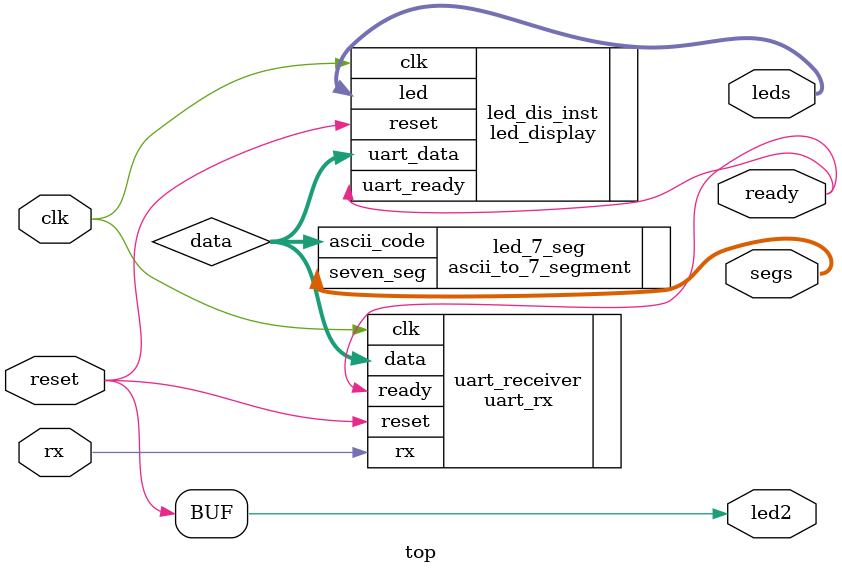
<source format=v>
module top (
    input wire clk,
    input wire rx,
	 input wire reset,
    output wire [7:0] leds,
	 output wire [6:0] segs,
	 output led2,
	 output wire ready
);

    wire [7:0] data;
    wire data_ready;

    uart_rx uart_receiver (
    .clk(clk),
    .reset(reset),
    .rx(rx),
    .data(data),
    .ready(ready)
);
  

led_display led_dis_inst (
        .clk(clk),
        .reset(reset),
        .uart_data(data),
        .uart_ready(ready),
        .led(leds)
    );
	 
	ascii_to_7_segment led_7_seg (
	.ascii_code(data),
   .seven_seg(segs)
	);
	 
	 assign led2 = reset;
endmodule

</source>
